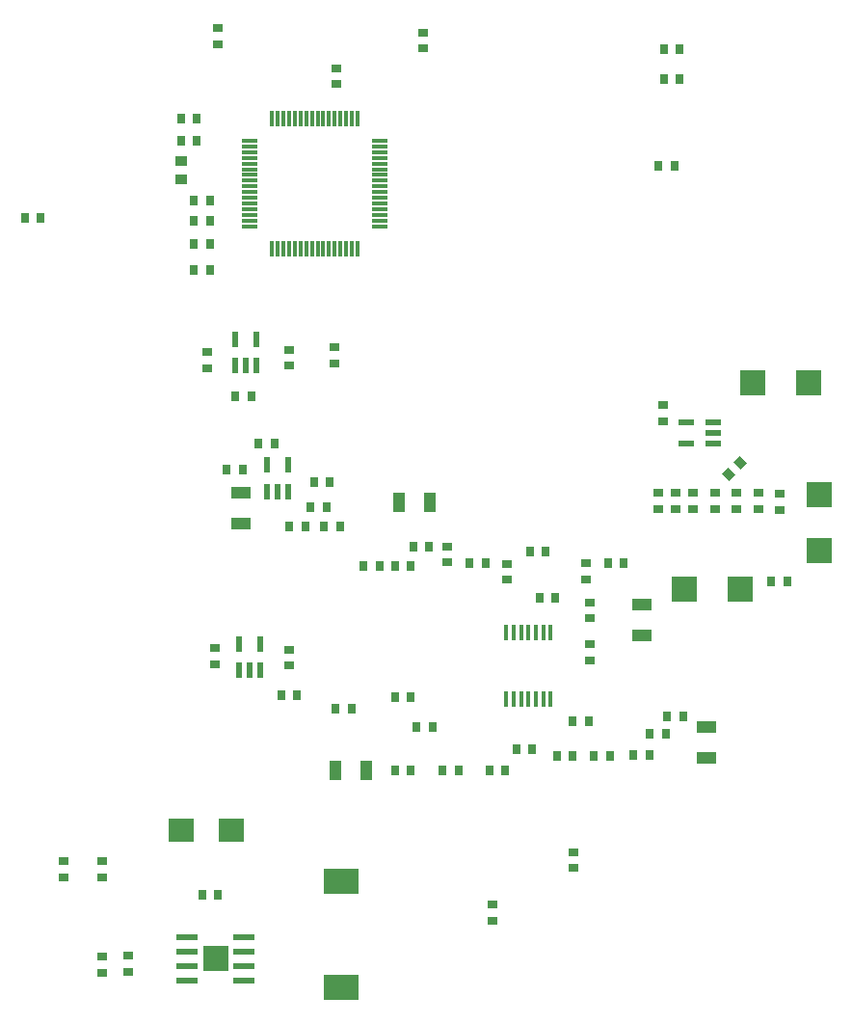
<source format=gtp>
G04*
G04 #@! TF.GenerationSoftware,Altium Limited,Altium Designer,18.1.9 (240)*
G04*
G04 Layer_Color=8421504*
%FSAX24Y24*%
%MOIN*%
G70*
G01*
G75*
G04:AMPARAMS|DCode=14|XSize=35.4mil|YSize=31.5mil|CornerRadius=0mil|HoleSize=0mil|Usage=FLASHONLY|Rotation=135.000|XOffset=0mil|YOffset=0mil|HoleType=Round|Shape=Rectangle|*
%AMROTATEDRECTD14*
4,1,4,0.0237,-0.0014,0.0014,-0.0237,-0.0237,0.0014,-0.0014,0.0237,0.0237,-0.0014,0.0*
%
%ADD14ROTATEDRECTD14*%

%ADD15R,0.0315X0.0354*%
%ADD16R,0.0354X0.0315*%
%ADD17R,0.0581X0.0118*%
%ADD18R,0.0118X0.0581*%
%ADD19R,0.0906X0.0906*%
%ADD20R,0.0906X0.0906*%
%ADD21R,0.0433X0.0669*%
%ADD22R,0.0669X0.0433*%
%ADD23R,0.0220X0.0520*%
%ADD24R,0.0394X0.0354*%
%ADD25R,0.0177X0.0581*%
%ADD26R,0.0580X0.0220*%
%ADD27R,0.0886X0.0847*%
%ADD28R,0.1220X0.0866*%
%ADD29R,0.0780X0.0220*%
%ADD30R,0.0900X0.0900*%
D14*
X037259Y031642D02*
D03*
X037648Y032032D02*
D03*
D15*
X023664Y023542D02*
D03*
X024215D02*
D03*
X035580Y046350D02*
D03*
X035029D02*
D03*
X026356Y029158D02*
D03*
X026907D02*
D03*
X035085Y022686D02*
D03*
X034534D02*
D03*
X026469Y022920D02*
D03*
X027021D02*
D03*
X035580Y045300D02*
D03*
X035029D02*
D03*
X039287Y027948D02*
D03*
X038735D02*
D03*
X028862Y028583D02*
D03*
X028311D02*
D03*
X032611Y021921D02*
D03*
X033162D02*
D03*
X025715Y021420D02*
D03*
X026266D02*
D03*
X035393Y042300D02*
D03*
X034842D02*
D03*
X031327Y021921D02*
D03*
X031878D02*
D03*
X027921Y021420D02*
D03*
X027369D02*
D03*
X024639Y028470D02*
D03*
X025191D02*
D03*
X030392Y028967D02*
D03*
X030943D02*
D03*
X031869Y023101D02*
D03*
X032421D02*
D03*
X030471Y022158D02*
D03*
X029919D02*
D03*
X025719Y028470D02*
D03*
X026271D02*
D03*
X031278Y027390D02*
D03*
X030726D02*
D03*
X035688Y023288D02*
D03*
X035137D02*
D03*
X019904Y031820D02*
D03*
X020456D02*
D03*
X022916Y031380D02*
D03*
X023468D02*
D03*
X022615Y029850D02*
D03*
X022064D02*
D03*
X023821Y029850D02*
D03*
X023270D02*
D03*
X012924Y040500D02*
D03*
X013476D02*
D03*
X025719Y023933D02*
D03*
X026271D02*
D03*
X034520Y021941D02*
D03*
X033969D02*
D03*
X033094Y028581D02*
D03*
X033645D02*
D03*
X020762Y034350D02*
D03*
X020210D02*
D03*
X019050Y017100D02*
D03*
X019601D02*
D03*
X019326Y038700D02*
D03*
X018774D02*
D03*
X019326Y039600D02*
D03*
X018774D02*
D03*
X019326Y040400D02*
D03*
X018774D02*
D03*
X019326Y041100D02*
D03*
X018774D02*
D03*
X018876Y043176D02*
D03*
X018324D02*
D03*
X018876Y043950D02*
D03*
X018324D02*
D03*
X028986Y021420D02*
D03*
X029537D02*
D03*
X021010Y032713D02*
D03*
X021562D02*
D03*
X021789Y024000D02*
D03*
X022340D02*
D03*
X022800Y030501D02*
D03*
X023351D02*
D03*
D16*
X034995Y033480D02*
D03*
Y034031D02*
D03*
X032342Y028010D02*
D03*
Y028561D02*
D03*
X032480Y026667D02*
D03*
Y027218D02*
D03*
X029582Y028007D02*
D03*
Y028558D02*
D03*
X032480Y025223D02*
D03*
Y025775D02*
D03*
X031894Y018029D02*
D03*
Y018580D02*
D03*
X016500Y014444D02*
D03*
Y014995D02*
D03*
X023700Y045683D02*
D03*
Y045132D02*
D03*
X029100Y016224D02*
D03*
Y016776D02*
D03*
X023639Y036040D02*
D03*
Y035489D02*
D03*
X035445Y030444D02*
D03*
Y030995D02*
D03*
X034845Y030444D02*
D03*
Y030995D02*
D03*
X036045Y030995D02*
D03*
Y030444D02*
D03*
X036795Y030995D02*
D03*
Y030444D02*
D03*
X037545Y030444D02*
D03*
Y030995D02*
D03*
X027532Y029158D02*
D03*
Y028607D02*
D03*
X026700Y046919D02*
D03*
Y046368D02*
D03*
X038295Y030444D02*
D03*
Y030995D02*
D03*
X019601Y046510D02*
D03*
Y047061D02*
D03*
X039045Y030419D02*
D03*
Y030970D02*
D03*
X015600Y014976D02*
D03*
Y014424D02*
D03*
X019237Y035311D02*
D03*
Y035863D02*
D03*
X022050Y035400D02*
D03*
Y035951D02*
D03*
X014250Y017709D02*
D03*
Y018261D02*
D03*
X015600Y017709D02*
D03*
Y018261D02*
D03*
X019500Y025626D02*
D03*
Y025074D02*
D03*
X022050Y025585D02*
D03*
Y025033D02*
D03*
D17*
X025209Y043176D02*
D03*
Y042980D02*
D03*
Y042783D02*
D03*
Y042586D02*
D03*
Y042389D02*
D03*
Y042192D02*
D03*
Y041995D02*
D03*
Y041798D02*
D03*
Y041602D02*
D03*
Y041405D02*
D03*
Y041208D02*
D03*
Y041011D02*
D03*
Y040814D02*
D03*
Y040617D02*
D03*
Y040420D02*
D03*
Y040224D02*
D03*
X020691D02*
D03*
Y040420D02*
D03*
Y040617D02*
D03*
Y040814D02*
D03*
Y041011D02*
D03*
Y041208D02*
D03*
Y041405D02*
D03*
Y041602D02*
D03*
Y041798D02*
D03*
Y041995D02*
D03*
Y042192D02*
D03*
Y042389D02*
D03*
Y042586D02*
D03*
Y042783D02*
D03*
Y042980D02*
D03*
Y043176D02*
D03*
D18*
X024426Y039441D02*
D03*
X024230D02*
D03*
X024033D02*
D03*
X023836D02*
D03*
X023639D02*
D03*
X023442D02*
D03*
X023245D02*
D03*
X023048D02*
D03*
X022852D02*
D03*
X022655D02*
D03*
X022458D02*
D03*
X022261D02*
D03*
X022064D02*
D03*
X021867D02*
D03*
X021670D02*
D03*
X021474D02*
D03*
Y043959D02*
D03*
X021670D02*
D03*
X021867D02*
D03*
X022064D02*
D03*
X022261D02*
D03*
X022458D02*
D03*
X022655D02*
D03*
X022852D02*
D03*
X023048D02*
D03*
X023245D02*
D03*
X023442D02*
D03*
X023639D02*
D03*
X023836D02*
D03*
X024033D02*
D03*
X024230D02*
D03*
X024426D02*
D03*
D19*
X040029Y034800D02*
D03*
X038100D02*
D03*
X037665Y027683D02*
D03*
X035735D02*
D03*
D20*
X040395Y029005D02*
D03*
Y030934D02*
D03*
D21*
X023663Y021420D02*
D03*
X024726D02*
D03*
X025879Y030680D02*
D03*
X026942D02*
D03*
D22*
X034269Y027134D02*
D03*
Y026071D02*
D03*
X020400Y031015D02*
D03*
Y029952D02*
D03*
X036495Y022906D02*
D03*
Y021843D02*
D03*
D23*
X020200Y035400D02*
D03*
X020570D02*
D03*
X020940D02*
D03*
Y036320D02*
D03*
X020200D02*
D03*
X020330Y024866D02*
D03*
X020700D02*
D03*
X021070D02*
D03*
Y025786D02*
D03*
X020330D02*
D03*
X021300Y031960D02*
D03*
X022040D02*
D03*
Y031040D02*
D03*
X021670D02*
D03*
X021300D02*
D03*
D24*
X018334Y042465D02*
D03*
Y041835D02*
D03*
D25*
X029577Y026177D02*
D03*
X029833D02*
D03*
X030089D02*
D03*
X030345D02*
D03*
X030601D02*
D03*
X030857D02*
D03*
X031113D02*
D03*
Y023863D02*
D03*
X030857D02*
D03*
X030601D02*
D03*
X030345D02*
D03*
X030089D02*
D03*
X029833D02*
D03*
X029577D02*
D03*
D26*
X036731Y032713D02*
D03*
Y033083D02*
D03*
Y033453D02*
D03*
X035791D02*
D03*
Y032713D02*
D03*
D27*
X018334Y019350D02*
D03*
X020066D02*
D03*
D28*
X023850Y017581D02*
D03*
Y013919D02*
D03*
D29*
X018546Y015657D02*
D03*
Y015157D02*
D03*
Y014657D02*
D03*
Y014157D02*
D03*
X020486D02*
D03*
Y014657D02*
D03*
Y015157D02*
D03*
Y015657D02*
D03*
D30*
X019516Y014907D02*
D03*
M02*

</source>
